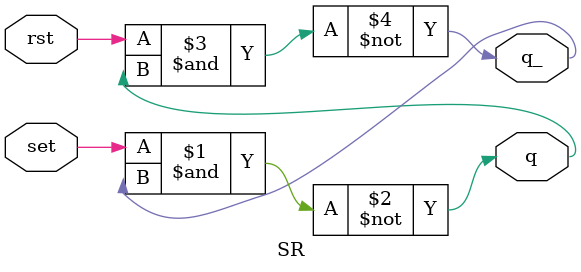
<source format=v>
module SR (q, q_, set, rst);
    output q;
    output q_;
    input set;
    input rst;

    nand n1 (q, set, q_);
    nand n2 (q_, rst, q);
endmodule
</source>
